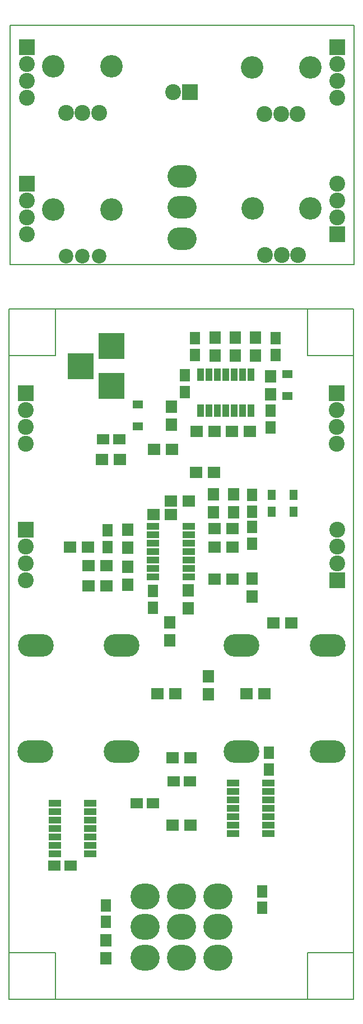
<source format=gbr>
G04 #@! TF.FileFunction,Soldermask,Top*
%FSLAX46Y46*%
G04 Gerber Fmt 4.6, Leading zero omitted, Abs format (unit mm)*
G04 Created by KiCad (PCBNEW 4.0.7) date 01/23/18 15:00:53*
%MOMM*%
%LPD*%
G01*
G04 APERTURE LIST*
%ADD10C,0.100000*%
%ADD11C,0.150000*%
%ADD12R,2.400000X2.400000*%
%ADD13C,2.400000*%
%ADD14R,3.900000X3.900000*%
%ADD15O,4.400000X3.900000*%
%ADD16C,3.400000*%
%ADD17O,5.400000X3.400000*%
%ADD18R,1.650000X1.900000*%
%ADD19R,1.900000X1.650000*%
%ADD20R,1.300000X1.600000*%
%ADD21R,1.600000X1.300000*%
%ADD22R,1.900000X1.700000*%
%ADD23R,1.700000X1.900000*%
%ADD24O,4.400000X3.400000*%
%ADD25R,1.900000X1.000000*%
%ADD26R,1.000000X1.900000*%
%ADD27C,2.200000*%
G04 APERTURE END LIST*
D10*
D11*
X77927200Y-187782200D02*
X77927200Y-187502800D01*
X78435200Y-187782200D02*
X77317600Y-187782200D01*
X123069200Y-40955000D02*
X122713600Y-40955000D01*
X123069200Y-77023000D02*
X123069200Y-40955000D01*
X122688200Y-77023000D02*
X123069200Y-77023000D01*
X71050000Y-40955000D02*
X122866000Y-40955000D01*
X71050000Y-77023000D02*
X71050000Y-40955000D01*
X71050000Y-77023000D02*
X122866000Y-77023000D01*
X116027200Y-180797200D02*
X123012200Y-180797200D01*
X116027200Y-187782200D02*
X116027200Y-180797200D01*
X77927200Y-180797200D02*
X70942200Y-180797200D01*
X77927200Y-187782200D02*
X77927200Y-180797200D01*
X77927200Y-90754200D02*
X70942200Y-90754200D01*
X77927200Y-83769200D02*
X77927200Y-90754200D01*
X116027200Y-90754200D02*
X116027200Y-83769200D01*
X123012200Y-90754200D02*
X116027200Y-90754200D01*
X123012200Y-83769200D02*
X70942200Y-83769200D01*
X123012200Y-187782200D02*
X123012200Y-83769200D01*
X70942200Y-187782200D02*
X123012200Y-187782200D01*
X70942200Y-83769200D02*
X70942200Y-187782200D01*
D12*
X98278800Y-51089600D03*
D13*
X95738800Y-51089600D03*
D14*
X86423500Y-95377000D03*
X86423500Y-89377000D03*
X81723500Y-92377000D03*
D15*
X91502600Y-172311000D03*
X97002600Y-172311000D03*
X102502600Y-172311000D03*
X91502600Y-176911000D03*
X97002600Y-176911000D03*
X102502600Y-176911000D03*
X91502600Y-181511000D03*
X97002600Y-181511000D03*
X102502600Y-181511000D03*
D12*
X73583800Y-64846200D03*
D13*
X73583800Y-67386200D03*
X73583800Y-69926200D03*
X73583800Y-72466200D03*
D12*
X73583800Y-44323000D03*
D13*
X73583800Y-46863000D03*
X73583800Y-49403000D03*
X73583800Y-51943000D03*
D12*
X120548400Y-72491600D03*
D13*
X120548400Y-69951600D03*
X120548400Y-67411600D03*
X120548400Y-64871600D03*
D12*
X120523000Y-44323000D03*
D13*
X120523000Y-46863000D03*
X120523000Y-49403000D03*
X120523000Y-51943000D03*
D12*
X73456800Y-116992400D03*
D13*
X73456800Y-119532400D03*
X73456800Y-122072400D03*
X73456800Y-124612400D03*
D12*
X73469500Y-96456500D03*
D13*
X73469500Y-98996500D03*
X73469500Y-101536500D03*
X73469500Y-104076500D03*
D12*
X120497600Y-124612400D03*
D13*
X120497600Y-122072400D03*
X120497600Y-119532400D03*
X120497600Y-116992400D03*
D12*
X120446800Y-96469200D03*
D13*
X120446800Y-99009200D03*
X120446800Y-101549200D03*
X120446800Y-104089200D03*
X79531200Y-54203600D03*
X82031200Y-54203600D03*
X84531200Y-54203600D03*
D16*
X77631200Y-47203600D03*
X86431200Y-47203600D03*
D13*
X109604800Y-75590400D03*
X112104800Y-75590400D03*
X114604800Y-75590400D03*
D16*
X107704800Y-68590400D03*
X116504800Y-68590400D03*
D13*
X109554000Y-54330600D03*
X112054000Y-54330600D03*
X114554000Y-54330600D03*
D16*
X107654000Y-47330600D03*
X116454000Y-47330600D03*
D17*
X87919700Y-134455900D03*
X87919700Y-150455900D03*
X74919700Y-150455900D03*
X74942700Y-134455900D03*
X106072800Y-150468600D03*
X106072800Y-134468600D03*
X119072800Y-134468600D03*
X119049800Y-150468600D03*
D18*
X109143800Y-174020800D03*
X109143800Y-171520800D03*
D19*
X98278000Y-154940000D03*
X95778000Y-154940000D03*
X90190000Y-158242000D03*
X92690000Y-158242000D03*
D18*
X85572600Y-176129000D03*
X85572600Y-173629000D03*
X107696000Y-116606000D03*
X107696000Y-119106000D03*
X110490000Y-99080000D03*
X110490000Y-101580000D03*
X99060000Y-90658000D03*
X99060000Y-88158000D03*
X107696000Y-111780000D03*
X107696000Y-114280000D03*
D19*
X85110000Y-103378000D03*
X87610000Y-103378000D03*
D18*
X85852000Y-119614000D03*
X85852000Y-117114000D03*
X92710000Y-126258000D03*
X92710000Y-128758000D03*
X97536000Y-93746000D03*
X97536000Y-96246000D03*
D19*
X77744000Y-167640000D03*
X80244000Y-167640000D03*
D18*
X110236000Y-153142000D03*
X110236000Y-150642000D03*
X111252000Y-90658000D03*
X111252000Y-88158000D03*
D20*
X110618000Y-111760000D03*
X113918000Y-111760000D03*
X113918000Y-114300000D03*
X110618000Y-114300000D03*
D21*
X90424000Y-101472000D03*
X90424000Y-98172000D03*
X113030000Y-96900000D03*
X113030000Y-93600000D03*
D22*
X109554000Y-141732000D03*
X106854000Y-141732000D03*
D23*
X101092000Y-141812000D03*
X101092000Y-139112000D03*
D22*
X93392000Y-141732000D03*
X96092000Y-141732000D03*
X98378000Y-151384000D03*
X95678000Y-151384000D03*
X95678000Y-161544000D03*
X98378000Y-161544000D03*
D23*
X85572600Y-181588400D03*
X85572600Y-178888400D03*
X95250000Y-130984000D03*
X95250000Y-133684000D03*
D22*
X102028000Y-124460000D03*
X104728000Y-124460000D03*
X92718900Y-114719100D03*
X95418900Y-114719100D03*
X101934000Y-108394500D03*
X99234000Y-108394500D03*
X95584000Y-104902000D03*
X92884000Y-104902000D03*
X104593400Y-102196900D03*
X107293400Y-102196900D03*
X102028000Y-119634000D03*
X104728000Y-119634000D03*
X101959400Y-102196900D03*
X99259400Y-102196900D03*
D23*
X104902000Y-111680000D03*
X104902000Y-114380000D03*
X107696000Y-127080000D03*
X107696000Y-124380000D03*
D22*
X85010000Y-106426000D03*
X87710000Y-106426000D03*
X102028000Y-116840000D03*
X104728000Y-116840000D03*
D23*
X101854000Y-111680000D03*
X101854000Y-114380000D03*
D22*
X98073200Y-112737900D03*
X95373200Y-112737900D03*
D23*
X88900000Y-119714000D03*
X88900000Y-117014000D03*
X88900000Y-125302000D03*
X88900000Y-122602000D03*
D22*
X82978000Y-125476000D03*
X85678000Y-125476000D03*
X85678000Y-122428000D03*
X82978000Y-122428000D03*
X80184000Y-119634000D03*
X82884000Y-119634000D03*
D23*
X98044000Y-128858000D03*
X98044000Y-126158000D03*
X95504000Y-98472000D03*
X95504000Y-101172000D03*
D22*
X113618000Y-131064000D03*
X110918000Y-131064000D03*
D23*
X105156000Y-90758000D03*
X105156000Y-88058000D03*
X108204000Y-88058000D03*
X108204000Y-90758000D03*
X110490000Y-93900000D03*
X110490000Y-96600000D03*
X102108000Y-88058000D03*
X102108000Y-90758000D03*
D24*
X97059600Y-68463200D03*
X97059600Y-73163200D03*
X97059600Y-63763200D03*
D25*
X83218000Y-165862000D03*
X83218000Y-164592000D03*
X83218000Y-163322000D03*
X83218000Y-162052000D03*
X83218000Y-160782000D03*
X83218000Y-159512000D03*
X83218000Y-158242000D03*
X77818000Y-158242000D03*
X77818000Y-159512000D03*
X77818000Y-160782000D03*
X77818000Y-162052000D03*
X77818000Y-163322000D03*
X77818000Y-164592000D03*
X77818000Y-165862000D03*
X104742000Y-155194000D03*
X104742000Y-156464000D03*
X104742000Y-157734000D03*
X104742000Y-159004000D03*
X104742000Y-160274000D03*
X104742000Y-161544000D03*
X104742000Y-162814000D03*
X110142000Y-162814000D03*
X110142000Y-161544000D03*
X110142000Y-160274000D03*
X110142000Y-159004000D03*
X110142000Y-157734000D03*
X110142000Y-156464000D03*
X110142000Y-155194000D03*
X98096050Y-124098050D03*
X98096050Y-122828050D03*
X98096050Y-121558050D03*
X98096050Y-120288050D03*
X98096050Y-119018050D03*
X98096050Y-117748050D03*
X98096050Y-116478050D03*
X92696050Y-116478050D03*
X92696050Y-117748050D03*
X92696050Y-119018050D03*
X92696050Y-120288050D03*
X92696050Y-121558050D03*
X92696050Y-122828050D03*
X92696050Y-124098050D03*
D26*
X99847400Y-99054900D03*
X101117400Y-99054900D03*
X102387400Y-99054900D03*
X103657400Y-99054900D03*
X104927400Y-99054900D03*
X106197400Y-99054900D03*
X107467400Y-99054900D03*
X107467400Y-93654900D03*
X106197400Y-93654900D03*
X104927400Y-93654900D03*
X103657400Y-93654900D03*
X102387400Y-93654900D03*
X101117400Y-93654900D03*
X99847400Y-93654900D03*
D27*
X79531200Y-75768200D03*
X82031200Y-75768200D03*
X84531200Y-75768200D03*
D16*
X77631200Y-68768200D03*
X86431200Y-68768200D03*
M02*

</source>
